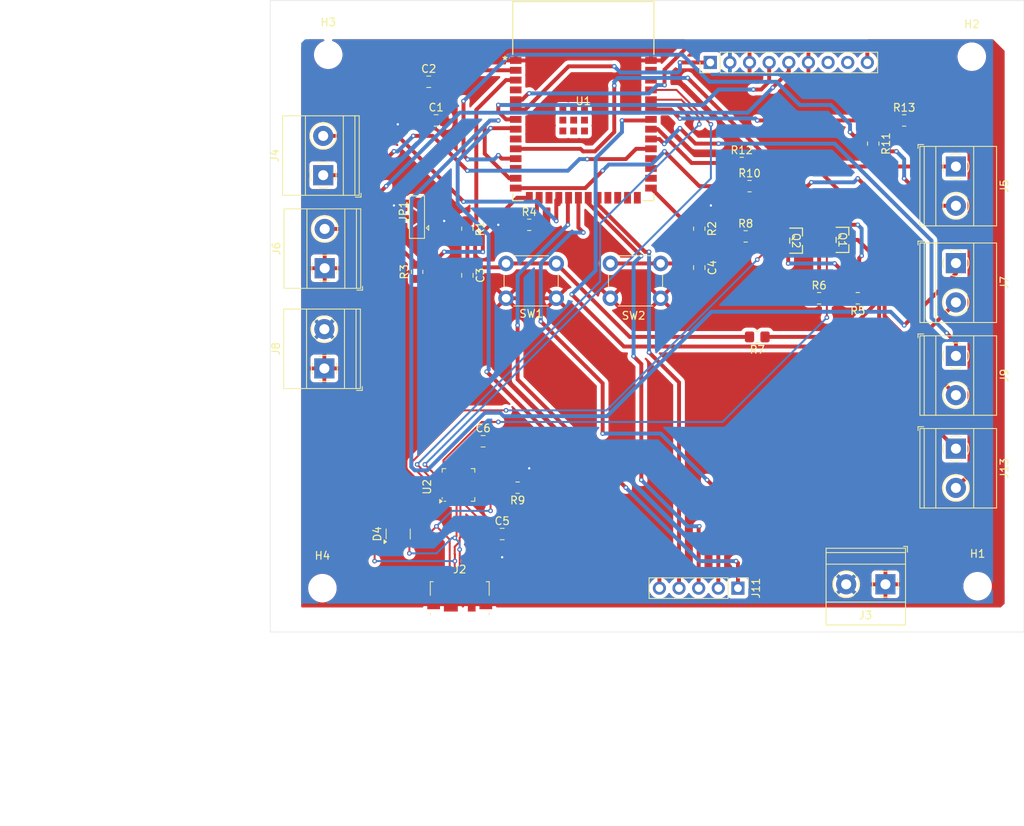
<source format=kicad_pcb>
(kicad_pcb (version 20240108) (generator "pcbnew") (generator_version "8.0")
  (layers (0 "F.Cu" signal) (31 "B.Cu" signal) (34 "B.Paste" user) (35 "F.Paste" user) (36 "B.SilkS" user "B.Silkscreen") (37 "F.SilkS" user "F.Silkscreen") (38 "B.Mask" user) (39 "F.Mask" user) (44 "Edge.Cuts" user))
  (net 0 "")
  (net 1 "+3V3")
  (net 2 "/CHIP_PU")
  (net 3 "/GPIO0_STRAPPING")
  (net 4 "Net-(U2-VPP)")
  (net 5 "+5V")
  (net 6 "GND")
  (net 8 "/UWBINT")
  (net 11 "/D+")
  (net 12 "/D-")
  (net 15 "Net-(U2-~{RST})")
  (net 17 "Net-(JP1-C)")
  (net 18 "/temp_Sensor")
  (net 21 "/pH_Sensor")
  (net 22 "/RTS")
  (net 23 "/DTR")
  (net 24 "/GPIO3_STRAPPING")
  (net 25 "/GPIO46_STRAPPING")
  (net 26 "/MOTOR4PWM")
  (net 29 "/Moisture_Sensor_Output")
  (net 30 "/MOTOR4FG")
  (net 31 "/LINACT+")
  (net 32 "/MOTOR2FG")
  (net 33 "/LINACT-")
  (net 35 "/UWBMOSI")
  (net 36 "/MOTOR1FG")
  (net 37 "/MOTOR1PWM")
  (net 40 "/RXD")
  (net 41 "/UWBMISO")
  (net 44 "/MOTOR3FG")
  (net 45 "/MOTOR2PWM")
  (net 46 "/UWBCLK")
  (net 47 "/TXD")
  (net 48 "/UWBCS")
  (net 50 "/MOTOR3PWM")
  (net 53 "Net-(U1-IO18)")
  (net 63 "+VBUS")
  (net 64 "Net-(Q1-Pad1)")
  (net 65 "Net-(Q2-Pad1)")
  (net 66 "Net-(Q1-Pad3)")
  (net 67 "Net-(Q2-Pad3)")
  (net 68 "Net-(U1-IO42)")
  (net 69 "Net-(U1-IO40)")
  (net 70 "Net-(U1-IO20)")
  (footprint "TerminalBlock_Phoenix:TerminalBlock_Phoenix_MKDS-1,5-2-5.08_1x02_P5.08mm_Horizontal" (layer "F.Cu") (at 37 73.08 90)
    (property "Reference" "J8")
    (property "Value" "Screw_Terminal_01x02")
  )
  (footprint "MountingHole:MountingHole_3.2mm_M3" (layer "F.Cu") (at 37.5 32.5)
    (property "Reference" "H3")
    (property "Value" "MountingHole")
  )
  (footprint "Resistor_SMD:R_0805_2012Metric_Pad1.20x1.40mm_HandSolder" (layer "F.Cu") (at 91.5 56)
    (property "Reference" "R8")
    (property "Value" "10k")
  )
  (footprint "Capacitor_SMD:C_0805_2012Metric_Pad1.18x1.45mm_HandSolder" (layer "F.Cu") (at 51.4625 41)
    (property "Reference" "C1")
    (property "Value" "10 uF")
  )
  (footprint "Resistor_SMD:R_0805_2012Metric_Pad1.20x1.40mm_HandSolder" (layer "F.Cu") (at 106 64 180)
    (property "Reference" "R5")
    (property "Value" "10k")
  )
  (footprint "Resistor_SMD:R_0805_2012Metric_Pad1.20x1.40mm_HandSolder" (layer "F.Cu") (at 62 88.5 180)
    (property "Reference" "R9")
    (property "Value" "4.7k")
  )
  (footprint "SS8050-G:TRAN_SS8050-G_CIP" (layer "F.Cu") (at 104.020999 56.450001 -90)
    (property "Reference" "Q1")
    (property "Value" "SS8050-G")
  )
  (footprint "Capacitor_SMD:C_0805_2012Metric_Pad1.18x1.45mm_HandSolder" (layer "F.Cu") (at 57.5375 82.5)
    (property "Reference" "C6")
    (property "Value" "4.7uF")
  )
  (footprint "TerminalBlock_Phoenix:TerminalBlock_Phoenix_MKDS-1,5-2-5.08_1x02_P5.08mm_Horizontal" (layer "F.Cu") (at 118.695 71.455 -90)
    (property "Reference" "J9")
    (property "Value" "MOTOR3SIGNAL")
  )
  (footprint "MountingHole:MountingHole_3.2mm_M3" (layer "F.Cu") (at 120.75 32.75)
    (property "Reference" "H2")
    (property "Value" "MountingHole")
  )
  (footprint "Resistor_SMD:R_0805_2012Metric_Pad1.20x1.40mm_HandSolder" (layer "F.Cu") (at 91 46.5)
    (property "Reference" "R12")
    (property "Value" "5k")
  )
  (footprint "Package_TO_SOT_SMD:SOT-143" (layer "F.Cu") (at 46.55 94.5 90)
    (property "Reference" "D4")
    (property "Value" "SP0503BAHT")
  )
  (footprint "TerminalBlock_Phoenix:TerminalBlock_Phoenix_MKDS-1,5-2-5.08_1x02_P5.08mm_Horizontal" (layer "F.Cu") (at 37.045 60.115 90)
    (property "Reference" "J6")
    (property "Value" "Screw_Terminal_01x02")
  )
  (footprint "Connector_USB:USB_Micro-B_Molex_47346-0001" (layer "F.Cu") (at 54.5125 102.375)
    (property "Reference" "J2")
    (property "Value" "USB_B_Micro")
  )
  (footprint "Capacitor_SMD:C_0805_2012Metric_Pad1.18x1.45mm_HandSolder" (layer "F.Cu") (at 55.5 61.0375 -90)
    (property "Reference" "C3")
    (property "Value" "1 uF")
  )
  (footprint "Resistor_SMD:R_0805_2012Metric_Pad1.20x1.40mm_HandSolder" (layer "F.Cu") (at 92 49.5)
    (property "Reference" "R10")
    (property "Value" "5k")
  )
  (footprint "Resistor_SMD:R_0805_2012Metric_Pad1.20x1.40mm_HandSolder" (layer "F.Cu") (at 93 69 180)
    (property "Reference" "R7")
    (property "Value" "10k")
  )
  (footprint "TerminalBlock_Phoenix:TerminalBlock_Phoenix_MKDS-1,5-2-5.08_1x02_P5.08mm_Horizontal" (layer "F.Cu") (at 109.58 101 180)
    (property "Reference" "J3")
    (property "Value" "Moisture_Power")
  )
  (footprint "Resistor_SMD:R_0805_2012Metric_Pad1.20x1.40mm_HandSolder" (layer "F.Cu") (at 55.5 55 -90)
    (property "Reference" "R1")
    (property "Value" "100k")
  )
  (footprint "Package_DFN_QFN:QFN-24-1EP_4x4mm_P0.5mm_EP2.6x2.6mm" (layer "F.Cu") (at 54.35 88.15 90)
    (property "Reference" "U2")
    (property "Value" "CP2104")
  )
  (footprint "Capacitor_SMD:C_0805_2012Metric_Pad1.18x1.45mm_HandSolder" (layer "F.Cu") (at 50.5 36)
    (property "Reference" "C2")
    (property "Value" "100 uF")
  )
  (footprint "Connector_PinHeader_2.54mm:PinHeader_1x05_P2.54mm_Vertical" (layer "F.Cu") (at 90.5 101.5 -90)
    (property "Reference" "J11")
    (property "Value" "UWB SIGNALS")
  )
  (footprint "Resistor_SMD:R_0805_2012Metric_Pad1.20x1.40mm_HandSolder" (layer "F.Cu") (at 101 64)
    (property "Reference" "R6")
    (property "Value" "10k")
  )
  (footprint "TerminalBlock_Phoenix:TerminalBlock_Phoenix_MKDS-1,5-2-5.08_1x02_P5.08mm_Horizontal" (layer "F.Cu") (at 118.695 46.955 -90)
    (property "Reference" "J5")
    (property "Value" "MOTOR1SIGNAL")
  )
  (footprint "Capacitor_SMD:C_0805_2012Metric_Pad1.18x1.45mm_HandSolder" (layer "F.Cu") (at 60 94.5)
    (property "Reference" "C5")
    (property "Value" "10uF")
  )
  (footprint "MountingHole:MountingHole_3.2mm_M3" (layer "F.Cu") (at 36.75 101.5)
    (property "Reference" "H4")
    (property "Value" "MountingHole")
  )
  (footprint "Button_Switch_THT:SW_PUSH_6mm_H5mm" (layer "F.Cu") (at 80.5 64 180)
    (property "Reference" "SW2")
    (property "Value" "SW_Push")
  )
  (footprint "TerminalBlock_Phoenix:TerminalBlock_Phoenix_MKDS-1,5-2-5.08_1x02_P5.08mm_Horizontal" (layer "F.Cu") (at 36.85 48.08 90)
    (property "Reference" "J4")
    (property "Value" "LINEAR ACTUATOR SIGNAL")
  )
  (footprint "TerminalBlock_Phoenix:TerminalBlock_Phoenix_MKDS-1,5-2-5.08_1x02_P5.08mm_Horizontal" (layer "F.Cu") (at 118.695 83.455 -90)
    (property "Reference" "J13")
    (property "Value" "MOTOR4SIGNAL")
  )
  (footprint "TerminalBlock_Phoenix:TerminalBlock_Phoenix_MKDS-1,5-2-5.08_1x02_P5.08mm_Horizontal" (layer "F.Cu") (at 118.695 59.455 -90)
    (property "Reference" "J7")
    (property "Value" "MOTOR2SIGNAL")
  )
  (footprint "Resistor_SMD:R_0805_2012Metric_Pad1.20x1.40mm_HandSolder" (layer "F.Cu") (at 63.5 54.5)
    (property "Reference" "R4")
    (property "Value" "1k")
  )
  (footprint "ESP32:ESP32-S3-WROOM-1_EXP" (layer "F.Cu") (at 70.5 38.5)
    (property "Reference" "U1")
    (property "Value" "ESP32-S3-WROOM-1")
  )
  (footprint "Button_Switch_THT:SW_PUSH_6mm_H5mm" (layer "F.Cu") (at 67 64 180)
    (property "Reference" "SW1")
    (property "Value" "SW_Push")
  )
  (footprint "Jumper:SolderJumper-3_P2.0mm_Open_TrianglePad1.0x1.5mm" (layer "F.Cu") (at 49 53.5 90)
    (property "Reference" "JP1")
    (property "Value" "SolderJumper_3_Open")
  )
  (footprint "MountingHole:MountingHole_3.2mm_M3" (layer "F.Cu") (at 121.5 101.25)
    (property "Reference" "H1")
    (property "Value" "MountingHole")
  )
  (footprint "Connector_PinHeader_2.54mm:PinHeader_1x09_P2.54mm_Vertical" (layer "F.Cu") (at 86.92 33.5 90)
    (property "Reference" "J10" (hide yes))
    (property "Value" "SENSORS")
  )
  (footprint "Resistor_SMD:R_0805_2012Metric_Pad1.20x1.40mm_HandSolder" (layer "F.Cu") (at 112 41)
    (property "Reference" "R13")
    (property "Value" "5k")
  )
  (footprint "Capacitor_SMD:C_0805_2012Metric_Pad1.18x1.45mm_HandSolder" (layer "F.Cu") (at 85.5 60.0375 -90)
    (property "Reference" "C4")
    (property "Value" "1 uF")
  )
  (footprint "Resistor_SMD:R_0805_2012Metric_Pad1.20x1.40mm_HandSolder" (layer "F.Cu") (at 85.5 55 -90)
    (property "Reference" "R2")
    (property "Value" "100k")
  )
  (footprint "Resistor_SMD:R_0805_2012Metric_Pad1.20x1.40mm_HandSolder" (layer "F.Cu") (at 108 44 -90)
    (property "Reference" "R11")
    (property "Value" "5k")
  )
  (footprint "Resistor_SMD:R_0805_2012Metric" (layer "F.Cu") (at 49 60.5875 90)
    (property "Reference" "R3")
    (property "Value" "1k")
  )
  (footprint "SS8050-G:TRAN_SS8050-G_CIP" (layer "F.Cu") (at 98.020999 56.549999 -90)
    (property "Reference" "Q2")
    (property "Value" "SS8050-G")
  )
  (gr_rect (start 30 25.5) (end 127.5 107.171109) (stroke (width 0.05)) (fill none) (layer "Edge.Cuts"))
  (segment (start 85.5 53.5) (end 87 52) (width 0.508) (layer "F.Cu") (net 1))
  (segment (start 55.1 90.0875) (end 55.6 90.0875) (width 0.254) (layer "F.Cu") (net 1))
  (segment (start 58.9625 94.5) (end 55.1 90.6375) (width 0.254) (layer "F.Cu") (net 1))
  (segment (start 85.5 54) (end 85.5 53.5) (width 0.508) (layer "F.Cu") (net 1))
  (segment (start 55.1 90.6375) (end 55.1 90.0875) (width 0.254) (layer "F.Cu") (net 1))
  (segment (start 55.5 54) (end 52.5 54) (width 0.508) (layer "F.Cu") (net 1))
  (segment (start 55.6 90.0875) (end 56.2875 89.4) (width 0.254) (layer "F.Cu") (net 1))
  (segment (start 63 88.5) (end 63 86.5) (width 0.254) (layer "F.Cu") (net 1))
  (segment (start 61.75 34.51) (end 50.9525 34.51) (width 0.508) (layer "F.Cu") (net 1))
  (segment (start 62.5 54.5) (end 59.5 54.5) (width 0.508) (layer "F.Cu") (net 1))
  (segment (start 46.5 51.5) (end 46 52) (width 0.508) (layer "F.Cu") (net 1))
  (segment (start 49 51.5) (end 46.5 51.5) (width 0.508) (layer "F.Cu") (net 1))
  (segment (start 49.4625 36) (end 49.4625 40.0375) (width 0.508) (layer "F.Cu") (net 1))
  (segment (start 50.425 41) (end 47 41) (width 0.508) (layer "F.Cu") (net 1))
  (segment (start 58.9625 94.5) (end 58.9625 96.4625) (width 0.254) (layer "F.Cu") (net 1))
  (segment (start 47 41) (end 46.5 41.5) (width 0.508) (layer "F.Cu") (net 1))
  (segment (start 49.4625 40.0375) (end 50.425 41) (width 0.508) (layer "F.Cu") (net 1))
  (segment (start 50.9525 34.51) (end 49.4625 36) (width 0.508) (layer "F.Cu") (net 1))
  (segment (start 50 51.5) (end 52.5 54) (width 0.508) (layer "F.Cu") (net 1))
  (segment (start 58.9625 96.4625) (end 60 97.5) (width 0.254) (layer "F.Cu") (net 1))
  (segment (start 63 86.5) (end 63.5 86) (width 0.254) (layer "F.Cu") (net 1))
  (segment (start 49 51.5) (end 50 51.5) (width 0.508) (layer "F.Cu") (net 1))
  (via (at 87 52) (size 0.6) (drill 0.3) (layers "F.Cu" "B.Cu") (net 1))
  (via (at 60 97.5) (size 0.6) (drill 0.3) (layers "F.Cu" "B.Cu") (net 1))
  (via (at 46.5 41.5) (size 0.6) (drill 0.3) (layers "F.Cu" "B.Cu") (net 1))
  (via (at 63.5 86) (size 0.6) (drill 0.3) (layers "F.Cu" "B.Cu") (net 1))
  (via (at 52.5 54) (size 0.6) (drill 0.3) (layers "F.Cu" "B.Cu") (net 1))
  (via (at 59.5 54.5) (size 0.6) (drill 0.3) (layers "F.Cu" "B.Cu") (net 1))
  (via (at 46 52) (size 0.6) (drill 0.3) (layers "F.Cu" "B.Cu") (net 1))
  (segment (start 55.5 60) (end 60 60) (width 0.508) (layer "F.Cu") (net 2))
  (segment (start 55.5 60) (end 55.5 56) (width 0.508) (layer "F.Cu") (net 2))
  (segment (start 55.5 56) (end 56.654 54.846) (width 0.508) (layer "F.Cu") (net 2))
  (segment (start 56.654 54.846) (end 56.654 39.6187) (width 0.508) (layer "F.Cu") (net 2))
  (segment (start 56.654 39.6187) (end 60.4927 35.78) (width 0.508) (layer "F.Cu") (net 2))
  (segment (start 76.5 69) (end 67 59.5) (width 0.508) (layer "F.Cu") (net 2))
  (segment (start 92 69) (end 76.5 69) (width 0.508) (layer "F.Cu") (net 2))
  (segment (start 60.5 59.5) (end 67 59.5) (width 0.508) (layer "F.Cu") (net 2))
  (segment (start 60.4927 35.78) (end 61.75 35.78) (width 0.508) (layer "F.Cu") (net 2))
  (segment (start 60 60) (end 60.5 59.5) (width 0.508) (layer "F.Cu") (net 2))
  (segment (start 84.5 59) (end 84 59.5) (width 0.508) (layer "F.Cu") (net 3))
  (segment (start 74 59.5) (end 80.5 59.5) (width 0.508) (layer "F.Cu") (net 3))
  (segment (start 85.5 56) (end 79.25 49.75) (width 0.508) (layer "F.Cu") (net 3))
  (segment (start 84 59.5) (end 80.5 59.5) (width 0.508) (layer "F.Cu") (net 3))
  (segment (start 90.5 56) (end 85.5 56) (width 0.508) (layer "F.Cu") (net 3))
  (segment (start 85.5 59) (end 84.5 59) (width 0.508) (layer "F.Cu") (net 3))
  (segment (start 85.5 56) (end 85.5 59) (width 0.508) (layer "F.Cu") (net 3))
  (segment (start 55.847432 82.5) (end 54.1 84.247432) (width 0.254) (layer "F.Cu") (net 4))
  (segment (start 54.1 84.247432) (end 54.1 86.2125) (width 0.254) (layer "F.Cu") (net 4))
  (segment (start 56.5 82.5) (end 55.847432 82.5) (width 0.254) (layer "F.Cu") (net 4))
  (segment (start 97.08 34.674) (end 95 36.754) (width 0.508) (layer "F.Cu") (net 5))
  (segment (start 97.08 33.5) (end 97.08 34.674) (width 0.508) (layer "F.Cu") (net 5))
  (segment (start 39.465 55.035) (end 45 49.5) (width 0.508) (layer "F.Cu") (net 5))
  (segment (start 37.045 55.035) (end 39.465 55.035) (width 0.508) (layer "F.Cu") (net 5))
  (via (at 45 49.5) (size 0.6) (drill 0.3) (layers "F.Cu" "B.Cu") (net 5))
  (via (at 95 36.754) (size 0.6) (drill 0.3) (layers "F.Cu" "B.Cu") (net 5))
  (segment (start 91.754 40) (end 54.5 40) (width 0.508) (layer "B.Cu") (net 5))
  (segment (start 45 49.5) (end 54.5 40) (width 0.508) (layer "B.Cu") (net 5))
  (segment (start 95 36.754) (end 91.754 40) (width 0.508) (layer "B.Cu") (net 5))
  (segment (start 60.5 64) (end 67 64) (width 0.508) (layer "F.Cu") (net 6))
  (segment (start 80.34 101.5) (end 80.34 95.84) (width 0.508) (layer "F.Cu") (net 8))
  (segment (start 61.62 42) (end 61.75 42.13) (width 0.508) (layer "F.Cu") (net 8))
  (segment (start 80.34 95.84) (end 58 73.5) (width 0.508) (layer "F.Cu") (net 8))
  (segment (start 58.5 42) (end 61.62 42) (width 0.508) (layer "F.Cu") (net 8))
  (via (at 58.5 42) (size 0.6) (drill 0.3) (layers "F.Cu" "B.Cu") (net 8))
  (via (at 58 73.5) (size 0.6) (drill 0.3) (layers "F.Cu" "B.Cu") (net 8))
  (segment (start 58.254 55.820318) (end 54.246 51.812318) (width 0.508) (layer "B.Cu") (net 8))
  (segment (start 54.246 51.812318) (end 54.246 46.254) (width 0.508) (layer "B.Cu") (net 8))
  (segment (start 58.254 73.246) (end 58.254 55.820318) (width 0.508) (layer "B.Cu") (net 8))
  (segment (start 58 73.5) (end 58.254 73.246) (width 0.508) (layer "B.Cu") (net 8))
  (segment (start 54.246 46.254) (end 58.5 42) (width 0.508) (layer "B.Cu") (net 8))
  (segment (start 48 96) (end 47.5 95.5) (width 0.254) (layer "F.Cu") (net 11))
  (segment (start 54.1 94.776722) (end 54.1 90.0875) (width 0.254) (layer "F.Cu") (net 11))
  (segment (start 48 97) (end 48 96) (width 0.254) (layer "F.Cu") (net 11))
  (segment (start 54.5125 100.915) (end 54.5125 96.5125) (width 0.254) (layer "F.Cu") (net 11))
  (segment (start 53.873 95.003722) (end 54.1 94.776722) (width 0.254) (layer "F.Cu") (net 11))
  (segment (start 54.5125 96.5125) (end 54.5 96.5) (width 0.254) (layer "F.Cu") (net 11))
  (via (at 48 97) (size 0.6) (drill 0.3) (layers "F.Cu" "B.Cu") (net 11))
  (via (at 53.873 95.003722) (size 0.6) (drill 0.3) (layers "F.Cu" "B.Cu") (net 11))
  (via (at 54.5 96.5) (size 0.6) (drill 0.3) (layers "F.Cu" "B.Cu") (net 11))
  (segment (start 54.5 95.630722) (end 53.873 95.003722) (width 0.254) (layer "B.Cu") (net 11))
  (segment (start 51.507444 97) (end 48 97) (width 0.254) (layer "B.Cu") (net 11))
  (segment (start 53.503722 95.003722) (end 51.507444 97) (width 0.254) (layer "B.Cu") (net 11))
  (segment (start 53.873 95.003722) (end 53.503722 95.003722) (width 0.254) (layer "B.Cu") (net 11))
  (segment (start 54.5 96.5) (end 54.5 95.630722) (width 0.254) (layer "B.Cu") (net 11))
  (segment (start 43 93) (end 44 92) (width 0.254) (layer "F.Cu") (net 12))
  (segment (start 53.8625 97.0915) (end 53.8625 96.1375) (width 0.254) (layer "F.Cu") (net 12))
  (segment (start 53.8855 97.1145) (end 53.8625 97.0915) (width 0.254) (layer "F.Cu") (net 12))
  (segment (start 46 92) (end 47.5 93.5) (width 0.254) (layer "F.Cu") (net 12))
  (segment (start 53.8625 98.023) (end 53.8855 98) (width 0.254) (layer "F.Cu") (net 12))
  (segment (start 53.8625 96.1375) (end 54.5 95.5) (width 0.254) (layer "F.Cu") (net 12))
  (segment (start 54.5 95) (end 54.6 94.9) (width 0.254) (layer "F.Cu") (net 12))
  (segment (start 43.5 98) (end 43.5 95.5) (width 0.254) (layer "F.Cu") (net 12))
  (segment (start 54.5 95.5) (end 54.5 95) (width 0.254) (layer "F.Cu") (net 12))
  (segment (start 44 92) (end 46 92) (width 0.254) (layer "F.Cu") (net 12))
  (segment (start 43 95) (end 43 93) (width 0.254) (layer "F.Cu") (net 12))
  (segment (start 43.5 95.5) (end 43 95) (width 0.254) (layer "F.Cu") (net 12))
  (segment (start 53.8625 100.915) (end 53.8625 98.023) (width 0.254) (layer "F.Cu") (net 12))
  (segment (start 53.8855 98) (end 53.8855 97.1145) (width 0.254) (layer "F.Cu") (net 12))
  (segment (start 54.6 94.9) (end 54.6 90.0875) (width 0.254) (layer "F.Cu") (net 12))
  (via (at 43.5 98) (size 0.6) (drill 0.3) (layers "F.Cu" "B.Cu") (net 12))
  (via (at 53.8855 98) (size 0.6) (drill 0.3) (layers "F.Cu" "B.Cu") (net 12))
  (segment (start 53.8855 98) (end 43.5 98) (width 0.254) (layer "B.Cu") (net 12))
  (segment (start 60.5 88.5) (end 60.4 88.4) (width 0.254) (layer "F.Cu") (net 15))
  (segment (start 61 88.5) (end 60.5 88.5) (width 0.254) (layer "F.Cu") (net 15))
  (segment (start 60.4 88.4) (end 56.2875 88.4) (width 0.254) (layer "F.Cu") (net 15))
  (segment (start 47 53.5) (end 49 53.5) (width 0.508) (layer "F.Cu") (net 17))
  (segment (start 46.5 57.175) (end 49 59.675) (width 0.508) (layer "F.Cu") (net 17))
  (segment (start 46.5 54) (end 47 53.5) (width 0.508) (layer "F.Cu") (net 17))
  (segment (start 46.5 54) (end 46.5 57.175) (width 0.508) (layer "F.Cu") (net 17))
  (segment (start 59.5 39.8673) (end 60.4927 40.86) (width 0.508) (layer "F.Cu") (net 18))
  (segment (start 94.54 35.96) (end 93.5 37) (width 0.508) (layer "F.Cu") (net 18))
  (segment (start 94.54 33.5) (end 94.54 35.96) (width 0.508) (layer "F.Cu") (net 18))
  (segment (start 93.5 37) (end 92.5 37) (width 0.508) (layer "F.Cu") (net 18))
  (segment (start 60.4927 40.86) (end 61.75 40.86) (width 0.508) (layer "F.Cu") (net 18))
  (segment (start 59.5 39) (end 59.5 39.8673) (width 0.508) (layer "F.Cu") (net 18))
  (via (at 92.5 37) (size 0.6) (drill 0.3) (layers "F.Cu" "B.Cu") (net 18))
  (via (at 59.5 39) (size 0.6) (drill 0.3) (layers "F.Cu" "B.Cu") (net 18))
  (segment (start 88 37) (end 86 39) (width 0.508) (layer "B.Cu") (net 18))
  (segment (start 86 39) (end 59.5 39) (width 0.508) (layer "B.Cu") (net 18))
  (segment (start 92.5 37) (end 88 37) (width 0.508) (layer "B.Cu") (net 18))
  (segment (start 68.5973 34) (end 63.0073 39.59) (width 0.508) (layer "F.Cu") (net 21))
  (segment (start 63.0073 39.59) (end 61.75 39.59) (width 0.508) (layer "F.Cu") (net 21))
  (segment (start 74.5 34) (end 68.5973 34) (width 0.508) (layer "F.Cu") (net 21))
  (segment (start 86.92 33.5) (end 83 33.5) (width 0.508) (layer "F.Cu") (net 21))
  (via (at 83 33.5) (size 0.6) (drill 0.3) (layers "F.Cu" "B.Cu") (net 21))
  (via (at 74.5 34) (size 0.6) (drill 0.3) (layers "F.Cu" "B.Cu") (net 21))
  (segment (start 75.292 34.792) (end 74.5 34) (width 0.508) (layer "B.Cu") (net 21))
  (segment (start 83 34.5) (end 82.708 34.792) (width 0.508) (layer "B.Cu") (net 21))
  (segment (start 82.708 34.792) (end 75.292 34.792) (width 0.508) (layer "B.Cu") (net 21))
  (segment (start 83 33.5) (end 83 34.5) (width 0.508) (layer "B.Cu") (net 21))
  (segment (start 52.4125 84.952072) (end 57.364572 80) (width 0.254) (layer "F.Cu") (net 22))
  (segment (start 102 64) (end 102 63.5) (width 0.508) (layer "F.Cu") (net 22))
  (segment (start 57.364572 80) (end 59.5 80) (width 0.254) (layer "F.Cu") (net 22))
  (segment (start 52.4125 86.9) (end 52.4125 84.952072) (width 0.254) (layer "F.Cu") (net 22))
  (segment (start 102 58.400002) (end 103 57.400002) (width 0.254) (layer "F.Cu") (net 22))
  (segment (start 102 66.5) (end 102 64) (width 0.254) (layer "F.Cu") (net 22))
  (segment (start 102 64) (end 102 58.400002) (width 0.254) (layer "F.Cu") (net 22))
  (via (at 59.5 80) (size 0.6) (drill 0.3) (layers "F.Cu" "B.Cu") (net 22))
  (via (at 102 66.5) (size 0.6) (drill 0.3) (layers "F.Cu" "B.Cu") (net 22))
  (segment (start 59.5 80) (end 88.5 80) (width 0.254) (layer "B.Cu") (net 22))
  (segment (start 88.5 80) (end 102 66.5) (width 0.254) (layer "B.Cu") (net 22))
  (segment (start 48.373 85.759712) (end 48.373 85.127) (width 0.254) (layer "F.Cu") (net 23))
  (segment (start 105 64) (end 105 61.5) (width 0.508) (layer "F.Cu") (net 23))
  (segment (start 48.373 85.127) (end 55 78.5) (width 0.254) (layer "F.Cu") (net 23))
  (segment (start 52.4125 88.9) (end 51.513288 88.9) (width 0.254) (layer "F.Cu") (net 23))
  (segment (start 105 61.5) (end 103 59.5) (width 0.508) (layer "F.Cu") (net 23))
  (segment (start 93 59) (end 94.5 57.5) (width 0.254) (layer "F.Cu") (net 23))
  (segment (start 51.513288 88.9) (end 48.373 85.759712) (width 0.254) (layer "F.Cu") (net 23))
  (segment (start 55 78.5) (end 60.5 78.5) (width 0.254) (layer "F.Cu") (net 23))
  (segment (start 94.5 57.5) (end 97 57.5) (width 0.254) (layer "F.Cu") (net 23))
  (segment (start 97 59.5) (end 97 57.5) (width 0.508) (layer "F.Cu") (net 23))
  (via (at 103 59.5) (size 0.6) (drill 0.3) (layers "F.Cu" "B.Cu") (net 23))
  (via (at 93 59) (size 0.6) (drill 0.3) (layers "F.Cu" "B.Cu") (net 23))
  (via (at 60.5 78.5) (size 0.6) (drill 0.3) (layers "F.Cu" "B.Cu") (net 23))
  (via (at 97 59.5) (size 0.6) (drill 0.3) (layers "F.Cu" "B.Cu") (net 23))
  (segment (start 92 60) (end 93 59) (width 0.254) (layer "B.Cu") (net 23))
  (segment (start 73.5 78.5) (end 92 60) (width 0.254) (layer "B.Cu") (net 23))
  (segment (start 60.5 78.5) (end 73.5 78.5) (width 0.254) (layer "B.Cu") (net 23))
  (segment (start 103 59.5) (end 97 59.5) (width 0.508) (layer "B.Cu") (net 23))
  (segment (start 61.933682 51) (end 63.515 51) (width 0.508) (layer "F.Cu") (net 24))
  (segment (start 57.5 55.433682) (end 61.933682 51) (width 0.508) (layer "F.Cu") (net 24))
  (segment (start 57.5 58) (end 57.5 55.433682) (width 0.508) (layer "F.Cu") (net 24))
  (segment (start 49 61.5) (end 52.5 58) (width 0.508) (layer "F.Cu") (net 24))
  (via (at 57.5 58) (size 0.6) (drill 0.3) (layers "F.Cu" "B.Cu") (net 24))
  (via (at 52.5 58) (size 0.6) (drill 0.3) (layers "F.Cu" "B.Cu") (net 24))
  (segment (start 52.5 58) (end 57.5 58) (width 0.508) (layer "B.Cu") (net 24))
  (segment (start 64.5 51.285) (end 64.785 51) (width 0.508) (layer "F.Cu") (net 25))
  (segment (start 64.5 54.5) (end 64.5 51.285) (width 0.508) (layer "F.Cu") (net 25))
  (segment (start 118.695 83.455) (end 105.486 70.246) (width 0.508) (layer "F.Cu") (net 26))
  (segment (start 75.746 70.246) (end 69 63.5) (width 0.508) (layer "F.Cu") (net 26))
  (segment (start 105.486 70.246) (end 75.746 70.246) (width 0.508) (layer "F.Cu") (net 26))
  (segment (start 79.11 41) (end 79.25 40.86) (width 0.508) (layer "F.Cu") (net 26))
  (segment (start 75.5 41) (end 79.11 41) (width 0.508) (layer "F.Cu") (net 26))
  (via (at 75.5 41) (size 0.6) (drill 0.3) (layers "F.Cu" "B.Cu") (net 26))
  (via (at 69 63.5) (size 0.6) (drill 0.3) (layers "F.Cu" "B.Cu") (net 26))
  (segment (start 75.5 41) (end 75.5 42.5) (width 0.508) (layer "B.Cu") (net 26))
  (segment (start 75.5 42.5) (end 72.092 45.908) (width 0.508) (layer "B.Cu") (net 26))
  (segment (start 72.092 45.908) (end 72.092 60.408) (width 0.508) (layer "B.Cu") (net 26))
  (segment (start 72.092 60.408) (end 69 63.5) (width 0.508) (layer "B.Cu") (net 26))
  (segment (start 63.5 37.5) (end 63.4018 37.5) (width 0.508) (layer "F.Cu") (net 29))
  (segment (start 81 34.433682) (end 81 36.423) (width 0.508) (layer "F.Cu") (net 29))
  (segment (start 106.5 31) (end 84.433682 31) (width 0.508) (layer "F.Cu") (net 29))
  (segment (start 63.4018 37.5) (end 62.5818 38.32) (width 0.508) (layer "F.Cu") (net 29))
  (segment (start 107.24 31.74) (end 106.5 31) (width 0.508) (layer "F.Cu") (net 29))
  (segment (start 84.433682 31) (end 81 34.433682) (width 0.508) (layer "F.Cu") (net 29))
  (segment (start 62.5818 38.32) (end 61.75 38.32) (width 0.508) (layer "F.Cu") (net 29))
  (segment (start 107.24 33.5) (end 107.24 31.74) (width 0.508) (layer "F.Cu") (net 29))
  (via (at 63.5 37.5) (size 0.6) (drill 0.3) (layers "F.Cu" "B.Cu") (net 29))
  (via (at 81 36.423) (size 0.6) (drill 0.3) (layers "F.Cu" "B.Cu") (net 29))
  (segment (start 79 37.5) (end 63.5 37.5) (width 0.508) (layer "B.Cu") (net 29))
  (segment (start 80.077 36.423) (end 79 37.5) (width 0.508) (layer "B.Cu") (net 29))
  (segment (start 81 36.423) (end 80.077 36.423) (width 0.508) (layer "B.Cu") (net 29))
  (segment (start 120.449 86.781) (end 120.449 45.201) (width 0.508) (layer "F.Cu") (net 30))
  (segment (start 118.695 88.535) (end 120.449 86.781) (width 0.508) (layer "F.Cu") (net 30))
  (segment (start 120.449 45.201) (end 116.248 41) (width 0.508) (layer "F.Cu") (net 30))
  (segment (start 116.248 41) (end 113 41) (width 0.508) (layer "F.Cu") (net 30))
  (segment (start 51 43) (end 55.5 47.5) (width 0.508) (layer "F.Cu") (net 31))
  (segment (start 36.85 48.08) (end 42.92 48.08) (width 0.508) (layer "F.Cu") (net 31))
  (segment (start 71 46) (end 76 46) (width 0.508) (layer "F.Cu") (net 31))
  (segment (start 48.5 43) (end 51 43) (width 0.508) (layer "F.Cu") (net 31))
  (segment (start 77.33 44.67) (end 79.25 44.67) (width 0.508) (layer "F.Cu") (net 31))
  (segment (start 42.92 48.08) (end 46 45) (width 0.508) (layer "F.Cu") (net 31))
  (segment (start 76 46) (end 77.33 44.67) (width 0.508) (layer "F.Cu") (net 31))
  (via (at 46 45) (size 0.6) (drill 0.3) (layers "F.Cu" "B.Cu") (net 31))
  (via (at 71 46) (size 0.6) (drill 0.3) (layers "F.Cu" "B.Cu") (net 31))
  (via (at 48.5 43) (size 0.6) (drill 0.3) (layers "F.Cu" "B.Cu") (net 31))
  (via (at 55.5 47.5) (size 0.6) (drill 0.3) (layers "F.Cu" "B.Cu") (net 31))
  (segment (start 70 46) (end 71 46) (width 0.508) (layer "B.Cu") (net 31))
  (segment (start 46.5 45) (end 48.5 43) (width 0.508) (layer "B.Cu") (net 31))
  (segment (start 46 45) (end 46.5 45) (width 0.508) (layer "B.Cu") (net 31))
  (segment (start 55.5 47.5) (end 68.5 47.5) (width 0.508) (layer "B.Cu") (net 31))
  (segment (start 68.5 47.5) (end 70 46) (width 0.508) (layer "B.Cu") (net 31))
  (segment (start 112.661264 69.5) (end 109.470724 66.30946) (width 0.508) (layer "F.Cu") (net 32))
  (segment (start 113.73 69.5) (end 112.661264 69.5) (width 0.508) (layer "F.Cu") (net 32))
  (segment (start 109.470724 51.970724) (end 106 48.5) (width 0.508) (layer "F.Cu") (net 32))
  (segment (start 100 49) (end 99.5 49.5) (width 0.508) (layer "F.Cu") (net 32))
  (segment (start 118.695 64.535) (end 113.73 69.5) (width 0.508) (layer "F.Cu") (net 32))
  (segment (start 109.470724 66.30946) (end 109.470724 51.970724) (width 0.508) (layer "F.Cu") (net 32))
  (segment (start 99.5 49.5) (end 93 49.5) (width 0.508) (layer "F.Cu") (net 32))
  (via (at 106 48.5) (size 0.6) (drill 0.3) (layers "F.Cu" "B.Cu") (net 32))
  (via (at 100 49) (size 0.6) (drill 0.3) (layers "F.Cu" "B.Cu") (net 32))
  (segment (start 106 48.5) (end 105.5 49) (width 0.508) (layer "B.Cu") (net 32))
  (segment (start 105.5 49) (end 100 49) (width 0.508) (layer "B.Cu") (net 32))
  (segment (start 67.325 51.8318) (end 67.325 51) (width 0.508) (layer "F.Cu") (net 33))
  (segment (start 36.85 43) (end 46.5 43) (width 0.508) (layer "F.Cu") (net 33))
  (segment (start 46.5 43) (end 55 51.5) (width 0.508) (layer "F.Cu") (net 33))
  (segment (start 67 51.325) (end 67.325 51) (width 0.508) (layer "F.Cu") (net 33))
  (segment (start 67 54) (end 67 51.325) (width 0.508) (layer "F.Cu") (net 33))
  (via (at 55 51.5) (size 0.6) (drill 0.3) (layers "F.Cu" "B.Cu") (net 33))
  (via (at 67 54) (size 0.6) (drill 0.3) (layers "F.Cu" "B.Cu") (net 33))
  (segment (start 64.5 51.5) (end 67 54) (width 0.508) (layer "B.Cu") (net 33))
  (segment (start 55 51.5) (end 64.5 51.5) (width 0.508) (layer "B.Cu") (net 33))
  (segment (start 68.5 54.5) (end 68.5 51.095) (width 0.508) (layer "F.Cu") (net 35))
  (segment (start 90.5 98.25) (end 90.25 98) (width 0.508) (layer "F.Cu") (net 35))
  (segment (start 62 74.5) (end 62 67.5) (width 0.508) (layer "F.Cu") (net 35))
  (segment (start 76 88.5) (end 62 74.5) (width 0.508) (layer "F.Cu") (net 35))
  (segment (start 90.5 101.5) (end 90.5 98.25) (width 0.508) (layer "F.Cu") (net 35))
  (segment (start 68.5 51.095) (end 68.595 51) (width 0.508) (layer "F.Cu") (net 35))
  (via (at 90.25 98) (size 0.6) (drill 0.3) (layers "F.Cu" "B.Cu") (net 35))
  (via (at 76 88.5) (size 0.6) (drill 0.3) (layers "F.Cu" "B.Cu") (net 35))
  (via (at 68.5 54.5) (size 0.6) (drill 0.3) (layers "F.Cu" "B.Cu") (net 35))
  (via (at 62 67.5) (size 0.6) (drill 0.3) (layers "F.Cu" "B.Cu") (net 35))
  (segment (start 62 67.5) (end 62 61) (width 0.508) (layer "B.Cu") (net 35))
  (segment (start 90.25 98) (end 85.5 98) (width 0.508) (layer "B.Cu") (net 35))
  (segment (start 85.5 98) (end 76 88.5) (width 0.508) (layer "B.Cu") (net 35))
  (segment (start 62 61) (end 68.5 54.5) (width 0.508) (layer "B.Cu") (net 35))
  (segment (start 115.535 52.035) (end 112 48.5) (width 0.508) (layer "F.Cu") (net 36))
  (segment (start 111 45) (end 108 45) (width 0.508) (layer "F.Cu") (net 36))
  (segment (start 118.695 52.035) (end 115.535 52.035) (width 0.508) (layer "F.Cu") (net 36))
  (via (at 112 48.5) (size 0.6) (drill 0.3) (layers "F.Cu" "B.Cu") (net 36))
  (via (at 111 45) (size 0.6) (drill 0.3) (layers "F.Cu" "B.Cu") (net 36))
  (segment (start 112 46) (end 111 45) (width 0.508) (layer "B.Cu") (net 36))
  (segment (start 112 48.5) (end 112 46) (width 0.508) (layer "B.Cu") (net 36))
  (segment (start 118.695 46.955) (end 95.455 46.955) (width 0.508) (layer "F.Cu") (net 37))
  (segment (start 72 45) (end 70.467 45) (width 0.508) (layer "F.Cu") (net 37))
  (segment (start 74.5 42.5) (end 72 45) (width 0.508) (layer "F.Cu") (net 37))
  (segment (start 74.5 36.5) (end 74.5 42.5) (width 0.508) (layer "F.Cu") (net 37))
  (segment (start 70.467 45) (end 70.137 44.67) (width 0.508) (layer "F.Cu") (net 37))
  (segment (start 70.137 44.67) (end 61.75 44.67) (width 0.508) (layer "F.Cu") (net 37))
  (segment (start 95.455 46.955) (end 84 35.5) (width 0.508) (layer "F.Cu") (net 37))
  (via (at 84 35.5) (size 0.6) (drill 0.3) (layers "F.Cu" "B.Cu") (net 37))
  (via (at 74.5 36.5) (size 0.6) (drill 0.3) (layers "F.Cu" "B.Cu") (net 37))
  (segment (start 75 35.5) (end 74.5 36) (width 0.508) (layer "B.Cu") (net 37))
  (segment (start 74.5 36) (end 74.5 36.5) (width 0.508) (layer "B.Cu") (net 37))
  (segment (start 84 35.5) (end 75 35.5) (width 0.508) (layer "B.Cu") (net 37))
  (segment (start 87 41.5) (end 82.55 37.05) (width 0.254) (layer "F.Cu") (net 40))
  (segment (start 82.55 37.05) (end 79.25 37.05) (width 0.254) (layer "F.Cu") (net 40))
  (segment (start 51.9 87.4) (end 50 85.5) (width 0.254) (layer "F.Cu") (net 40))
  (segment (start 52.4125 87.4) (end 51.9 87.4) (width 0.254) (layer "F.Cu") (net 40))
  (via (at 87 41.5) (size 0.6) (drill 0.3) (layers "F.Cu" "B.Cu") (net 40))
  (via (at 50 85.5) (size 0.6) (drill 0.3) (layers "F.Cu" "B.Cu") (net 40))
  (segment (start 50 85.5) (end 87 48.5) (width 0.254) (layer "B.Cu") (net 40))
  (segment (start 87 48.5) (end 87 41.5) (width 0.254) (layer "B.Cu") (net 40))
  (segment (start 78 72.5) (end 77 71.5) (width 0.508) (layer "F.Cu") (net 41))
  (segment (start 77.966841 58.533159) (end 71.135 51.701318) (width 0.508) (layer "F.Cu") (net 41))
  (segment (start 71.135 51.701318) (end 71.135 51) (width 0.508) (layer "F.Cu") (net 41))
  (segment (start 85.42 93.58) (end 85.5 93.5) (width 0.508) (layer "F.Cu") (net 41))
  (segment (start 78 87.5) (end 78 72.5) (width 0.508) (layer "F.Cu") (net 41))
  (segment (start 85.42 101.5) (end 85.42 93.58) (width 0.508) (layer "F.Cu") (net 41))
  (via (at 77.966841 58.533159) (size 0.6) (drill 0.3) (layers "F.Cu" "B.Cu") (net 41))
  (via (at 78 87.5) (size 0.6) (drill 0.3) (layers "F.Cu" "B.Cu") (net 41))
  (via (at 77 71.5) (size 0.6) (drill 0.3) (layers "F.Cu" "B.Cu") (net 41))
  (via (at 85.5 93.5) (size 0.6) (drill 0.3) (layers "F.Cu" "B.Cu") (net 41))
  (segment (start 84 93.5) (end 78 87.5) (width 0.508) (layer "B.Cu") (net 41))
  (segment (start 77 71.5) (end 77 59.5) (width 0.508) (layer "B.Cu") (net 41))
  (segment (start 85.5 93.5) (end 84 93.5) (width 0.508) (layer "B.Cu") (net 41))
  (segment (start 77 59.5) (end 77.966841 58.533159) (width 0.508) (layer "B.Cu") (net 41))
  (segment (start 108.762724 55.262724) (end 101.163 47.663) (width 0.508) (layer "F.Cu") (net 44))
  (segment (start 101.163 47.663) (end 93.163 47.663) (width 0.508) (layer "F.Cu") (net 44))
  (segment (start 118.695 76.535) (end 108.762724 66.602724) (width 0.508) (layer "F.Cu") (net 44))
  (segment (start 93.163 47.663) (end 92 46.5) (width 0.508) (layer "F.Cu") (net 44))
  (segment (start 108.762724 66.602724) (end 108.762724 55.262724) (width 0.508) (layer "F.Cu") (net 44))
  (segment (start 60.9182 48.48) (end 61.75 48.48) (width 0.508) (layer "F.Cu") (net 45))
  (segment (start 58.433682 41) (end 57.746 41.687682) (width 0.508) (layer "F.Cu") (net 45))
  (segment (start 118.695 59.455) (end 118.695 60.805) (width 0.508) (layer "F.Cu") (net 45))
  (segment (start 59.5 41) (end 58.433682 41) (width 0.508) (layer "F.Cu") (net 45))
  (segment (start 57.746 41.687682) (end 57.746 45.3078) (width 0.508) (layer "F.Cu") (net 45))
  (segment (start 57.746 45.3078) (end 60.9182 48.48) (width 0.508) (layer "F.Cu") (net 45))
  (segment (start 118.695 60.805) (end 112 67.5) (width 0.508) (layer "F.Cu") (net 45))
  (via (at 112 67.5) (size 0.6) (drill 0.3) (layers "F.Cu" "B.Cu") (net 45))
  (via (at 59.5 41) (size 0.6) (drill 0.3) (layers "F.Cu" "B.Cu") (net 45))
  (segment (start 87.075658 65.746) (end 73.567658 79.254) (width 0.508) (layer "B.Cu") (net 45))
  (segment (start 57.754 78.812318) (end 50.312318 86.254) (width 0.508) (layer "B.Cu") (net 45))
  (segment (start 110.246 65.746) (end 87.075658 65.746) (width 0.508) (layer "B.Cu") (net 45))
  (segment (start 58.433682 41) (end 59.5 41) (width 0.508) (layer "B.Cu") (net 45))
  (segment (start 60.187682 79.254) (end 59.746 78.812318) (width 0.508) (layer "B.Cu") (net 45))
  (segment (start 59.746 78.812318) (end 57.754 78.812318) (width 0.508) (layer "B.Cu") (net 45))
  (segment (start 48.246 85.812318) (end 48.246 51.187682) (width 0.508) (layer "B.Cu") (net 45))
  (segment (start 48.687682 86.254) (end 48.246 85.812318) (width 0.508) (layer "B.Cu") (net 45))
  (segment (start 48.246 51.187682) (end 58.433682 41) (width 0.508) (layer "B.Cu") (net 45))
  (segment (start 73.567658 79.254) (end 60.187682 79.254) (width 0.508) (layer "B.Cu") (net 45))
  (segment (start 112 67.5) (end 110.246 65.746) (width 0.508) (layer "B.Cu") (net 45))
  (segment (start 50.312318 86.254) (end 48.687682 86.254) (width 0.508) (layer "B.Cu") (net 45))
  (segment (start 87.96 101.5) (end 87.96 88.96) (width 0.508) (layer "F.Cu") (net 46))
  (segment (start 73 81.5) (end 73 75) (width 0.508) (layer "F.Cu") (net 46))
  (segment (start 69.865 54.865) (end 69.865 51) (width 0.508) (layer "F.Cu") (net 46))
  (segment (start 87.96 88.96) (end 86.5 87.5) (width 0.508) (layer "F.Cu") (net 46))
  (segment (start 70.5 55.5) (end 69.865 54.865) (width 0.508) (layer "F.Cu") (net 46))
  (segment (start 73 75) (end 65 67) (width 0.508) (layer "F.Cu") (net 46))
  (via (at 86.5 87.5) (size 0.6) (drill 0.3) (layers "F.Cu" "B.Cu") (net 46))
  (via (at 73 81.5) (size 0.6) (drill 0.3) (layers "F.Cu" "B.Cu") (net 46))
  (via (at 70.5 55.5) (size 0.6) (drill 0.3) (layers "F.Cu" "B.Cu") (net 46))
  (via (at 65 67) (size 0.6) (drill 0.3) (layers "F.Cu" "B.Cu") (net 46))
  (segment (start 80.5 81.5) (end 73 81.5) (width 0.508) (layer "B.Cu") (net 46))
  (segment (start 65 67) (end 65 59.443733) (width 0.508) (layer "B.Cu") (net 46))
  (segment (start 86.5 87.5) (end 80.5 81.5) (width 0.508) (layer "B.Cu") (net 46))
  (segment (start 68.943733 55.5) (end 70.5 55.5) (width 0.508) (layer "B.Cu") (net 46))
  (segment (start 65 59.443733) (end 68.943733 55.5) (width 0.508) (layer "B.Cu") (net 46))
  (segment (start 85.5 41.5) (end 85.5 40.642052) (width 0.254) (layer "F.Cu") (net 47))
  (segment (start 85.5 40.642052) (end 83.177948 38.32) (width 0.254) (layer "F.Cu") (net 47))
  (segment (start 83.177948 38.32) (end 79.25 38.32) (width 0.254) (layer "F.Cu") (net 47))
  (segment (start 52.4125 87.9) (end 51.4 87.9) (width 0.254) (layer "F.Cu") (net 47))
  (segment (start 51.4 87.9) (end 49 85.5) (width 0.254) (layer "F.Cu") (net 47))
  (via (at 85.5 41.5) (size 0.6) (drill 0.3) (layers "F.Cu" "B.Cu") (net 47))
  (via (at 49 85.5) (size 0.6) (drill 0.3) (layers "F.Cu" "B.Cu") (net 47))
  (segment (start 49 85.5) (end 72.673 61.827) (width 0.254) (layer "B.Cu") (net 47))
  (segment (start 72.673 61.827) (end 72.673 54.327) (width 0.254) (layer "B.Cu") (net 47))
  (segment (start 72.673 54.327) (end 85.5 41.5) (width 0.254) (layer "B.Cu") (net 47))
  (segment (start 72.405 51.905) (end 72.405 51) (width 0.508) (layer "F.Cu") (net 48))
  (segment (start 82.88 101.5) (end 82.88 74.88) (width 0.508) (layer "F.Cu") (net 48))
  (segment (start 78.5 58) (end 72.405 51.905) (width 0.508) (layer "F.Cu") (net 48))
  (segment (start 79 58) (end 78.5 58) (width 0.508) (layer "F.Cu") (net 48))
  (segment (start 82.88 74.88) (end 79 71) (width 0.508) (layer "F.Cu") (net 48))
  (via (at 79 58) (size 0.6) (drill 0.3) (layers "F.Cu" "B.Cu") (net 48))
  (via (at 79 71) (size 0.6) (drill 0.3) (layers "F.Cu" "B.Cu") (net 48))
  (segment (start 79 71) (end 79 58) (width 0.508) (layer "B.Cu") (net 48))
  (segment (start 80.966841 44.033159) (end 80.333682 43.4) (width 0.508) (layer "F.Cu") (net 50))
  (segment (start 80.333682 43.4) (end 79.25 43.4) (width 0.508) (layer "F.Cu") (net 50))
  (segment (start 118.695 71.455) (end 118.695 69.695) (width 0.508) (layer "F.Cu") (net 50))
  (segment (start 118.695 69.695) (end 117.5 68.5) (width 0.508) (layer "F.Cu") (net 50))
  (segment (start 85 44) (end 83 42) (width 0.508) (layer "F.Cu") (net 50))
  (segment (start 88 44) (end 85 44) (width 0.508) (layer "F.Cu") (net 50))
  (via (at 117.5 68.5) (size 0.6) (drill 0.3) (layers "F.Cu" "B.Cu") (net 50))
  (via (at 83 42) (size 0.6) (drill 0.3) (layers "F.Cu" "B.Cu") (net 50))
  (via (at 80.966841 44.033159) (size 0.6) (drill 0.3) (layers "F.Cu" "B.Cu") (net 50))
  (via (at 88 44) (size 0.6) (drill 0.3) (layers "F.Cu" "B.Cu") (net 50))
  (segment (start 115.539419 56.539419) (end 103 44) (width 0.508) (layer "B.Cu") (net 50))
  (segment (start 117.5 68.5) (end 115.539419 66.539419) (width 0.508) (layer "B.Cu") (net 50))
  (segment (start 115.539419 66.539419) (end 115.539419 56.539419) (width 0.508) (layer "B.Cu") (net 50))
  (segment (start 83 42) (end 80.966841 44.033159) (width 0.508) (layer "B.Cu") (net 50))
  (segment (start 103 44) (end 88 44) (width 0.508) (layer "B.Cu") (net 50))
  (segment (start 55 38.5) (end 55 45.5) (width 0.508) (layer "F.Cu") (net 53))
  (segment (start 59.94 45.94) (end 61.75 45.94) (width 0.508) (layer "F.Cu") (net 53))
  (segment (start 59.5 45.5) (end 59.94 45.94) (width 0.508) (layer "F.Cu") (net 53))
  (segment (start 105.5 43) (end 105 42.5) (width 0.508) (layer "F.Cu") (net 53))
  (segment (start 108 43) (end 105.5 43) (width 0.508) (layer "F.Cu") (net 53))
  (segment (start 55 45.5) (end 55.533159 46.033159) (width 0.508) (layer "F.Cu") (net 53))
  (via (at 55 38.5) (size 0.6) (drill 0.3) (layers "F.Cu" "B.Cu") (net 53))
  (via (at 105 42.5) (size 0.6) (drill 0.3) (layers "F.Cu" "B.Cu") (net 53))
  (via (at 59.5 45.5) (size 0.6) (drill 0.3) (layers "F.Cu" "B.Cu") (net 53))
  (via (at 55.533159 46.033159) (size 0.6) (drill 0.3) (layers "F.Cu" "B.Cu") (net 53))
  (segment (start 102.5 39) (end 98.5 39) (width 0.508) (layer "B.Cu") (net 53))
  (segment (start 95.5 36) (end 86.812 36) (width 0.508) (layer "B.Cu") (net 53))
  (segment (start 98.5 39) (end 95.5 36) (width 0.508) (layer "B.Cu") (net 53))
  (segment (start 83.312 32.5) (end 61 32.5) (width 0.508) (layer "B.Cu") (net 53))
  (segment (start 105 41.5) (end 102.5 39) (width 0.508) (layer "B.Cu") (net 53))
  (segment (start 55.533159 46.033159) (end 58.966841 46.033159) (width 0.508) (layer "B.Cu") (net 53))
  (segment (start 105 42.5) (end 105 41.5) (width 0.508) (layer "B.Cu") (net 53))
  (segment (start 58.966841 46.033159) (end 59.5 45.5) (width 0.508) (layer "B.Cu") (net 53))
  (segment (start 61 32.5) (end 55 38.5) (width 0.508) (layer "B.Cu") (net 53))
  (segment (start 86.812 36) (end 83.312 32.5) (width 0.508) (layer "B.Cu") (net 53))
  (segment (start 58.5 91.5) (end 58.5 90.647432) (width 0.254) (layer "F.Cu") (net 63))
  (segment (start 46.6 94.5) (end 45.6 93.5) (width 0.254) (layer "F.Cu") (net 63))
  (segment (start 56.752568 88.9) (end 56.2875 88.9) (width 0.254) (layer "F.Cu") (net 63))
  (segment (start 53.2125 100.915) (end 53.2125 95.2125) (width 0.254) (layer "F.Cu") (net 63))
  (segment (start 53.2125 95.2125) (end 51.5 93.5) (width 0.254) (layer "F.Cu") (net 63))
  (segment (start 58.5 90.647432) (end 56.752568 88.9) (width 0.254) (layer "F.Cu") (net 63))
  (segment (start 47.5645 94.5) (end 46.6 94.5) (width 0.254) (layer "F.Cu") (net 63))
  (segment (start 50.5 94.5) (end 51.5 93.5) (width 0.254) (layer "F.Cu") (net 63))
  (segment (start 47.5645 94.5) (end 50.5 94.5) (width 0.254) (layer "F.Cu") (net 63))
  (via (at 58.5 91.5) (size 0.6) (drill 0.3) (layers "F.Cu" "B.Cu") (net 63))
  (via (at 51.5 93.5) (size 0.6) (drill 0.3) (layers "F.Cu" "B.Cu") (net 63))
  (segment (start 53.5 91.5) (end 58.5 91.5) (width 0.254) (layer "B.Cu") (net 63))
  (segment (start 51.5 93.5) (end 53.5 91.5) (width 0.254) (layer "B.Cu") (net 63))
  (segment (start 106.184724 63.184724) (end 106.184724 59.3575) (width 0.508) (layer "F.Cu") (net 64))
  (segment (start 106.184724 59.3575) (end 106.184724 58.815276) (width 0.508) (layer "F.Cu") (net 64))
  (segment (start 106.184724 63.184724) (end 107 64) (width 0.508) (layer "F.Cu") (net 64))
  (segment (start 104 54.5) (end 103 55.5) (width 0.508) (layer "F.Cu") (net 64))
  (segment (start 106.184724 58.815276) (end 106.5 58.5) (width 0.508) (layer "F.Cu") (net 64))
  (segment (start 106 54.5) (end 104 54.5) (width 0.508) (layer "F.Cu") (net 64))
  (via (at 106.5 58.5) (size 0.6) (drill 0.3) (layers "F.Cu" "B.Cu") (net 64))
  (via (at 106 54.5) (size 0.6) (drill 0.3) (layers "F.Cu" "B.Cu") (net 64))
  (segment (start 106.5 58.5) (end 106.5 55) (width 0.508) (layer "B.Cu") (net 64))
  (segment (start 106.5 55) (end 106 54.5) (width 0.508) (layer "B.Cu") (net 64))
  (segment (start 99.5 53.5) (end 99.099998 53.5) (width 0.508) (layer "F.Cu") (net 65))
  (segment (start 99.099998 53.5) (end 97 55.599998) (width 0.508) (layer "F.Cu") (net 65))
  (segment (start 100 64) (end 100 63) (width 0.508) (layer "F.Cu") (net 65))
  (segment (start 101 55) (end 99.5 53.5) (width 0.508) (layer "F.Cu") (net 65))
  (segment (start 101 62) (end 101 55) (width 0.508) (layer "F.Cu") (net 65))
  (segment (start 100 63) (end 101 62) (width 0.508) (layer "F.Cu") (net 65))
  (segment (start 108.054724 64.945276) (end 108.054724 58.5) (width 0.508) (layer "F.Cu") (net 66))
  (segment (start 104 69) (end 94 69) (width 0.508) (layer "F.Cu") (net 66))
  (segment (start 108.054724 64.945276) (end 104 69) (width 0.508) (layer "F.Cu") (net 66))
  (segment (start 108.054724 58.5) (end 106.004725 56.450001) (width 0.508) (layer "F.Cu") (net 66))
  (segment (start 106.004725 56.450001) (end 105.041999 56.450001) (width 0.508) (layer "F.Cu") (net 66))
  (segment (start 93.049999 56.549999) (end 99.041999 56.549999) (width 0.508) (layer "F.Cu") (net 67))
  (segment (start 92.5 56) (end 93.049999 56.549999) (width 0.508) (layer "F.Cu") (net 67))
  (segment (start 81.836 39.59) (end 79.25 39.59) (width 0.508) (layer "F.Cu") (net 68))
  (segment (start 83 40.754) (end 81.836 39.59) (width 0.508) (layer "F.Cu") (net 68))
  (segment (start 111 41) (end 93 41) (width 0.508) (layer "F.Cu") (net 68))
  (via (at 93 41) (size 0.6) (drill 0.3) (layers "F.Cu" "B.Cu") (net 68))
  (via (at 83 40.754) (size 0.6) (drill 0.3) (layers "F.Cu" "B.Cu") (net 68))
  (segment (start 92.746 40.746) (end 83.008 40.746) (width 0.508) (layer "B.Cu") (net 68))
  (segment (start 93 41) (end 92.746 40.746) (width 0.508) (layer "B.Cu") (net 68))
  (segment (start 83.008 40.746) (end 83 40.754) (width 0.508) (layer "B.Cu") (net 68))
  (segment (start 84.5 46.5) (end 80.13 42.13) (width 0.508) (layer "F.Cu") (net 69))
  (segment (start 90 46.5) (end 84.5 46.5) (width 0.508) (layer "F.Cu") (net 69))
  (segment (start 80.13 42.13) (end 79.25 42.13) (width 0.508) (layer "F.Cu") (net 69))
  (segment (start 85.5 49.5) (end 81 45) (width 0.508) (layer "F.Cu") (net 70))
  (segment (start 91 49.5) (end 85.5 49.5) (width 0.508) (layer "F.Cu") (net 70))
  (segment (start 70.75 49.75) (end 61.75 49.75) (width 0.508) (layer "F.Cu") (net 70))
  (segment (start 73 47.5) (end 70.75 49.75) (width 0.508) (layer "F.Cu") (net 70))
  (via (at 81 45) (size 0.6) (drill 0.3) (layers "F.Cu" "B.Cu") (net 70))
  (via (at 73 47.5) (size 0.6) (drill 0.3) (layers "F.Cu" "B.Cu") (net 70))
  (segment (start 73.8 46.7) (end 73 47.5) (width 0.508) (layer "B.Cu") (net 70))
  (segment (start 79.3 46.7) (end 73.8 46.7) (width 0.508) (layer "B.Cu") (net 70))
  (segment (start 81 45) (end 79.3 46.7) (width 0.508) (layer "B.Cu") (net 70))
  (zone (net 6) (net_name "GND") (layer "F.Cu") (connect_pads (clearance 0.5)) (min_thickness 0.25) (fill yes (thermal_gap 0.5) (thermal_bridge_width 0.5))
    (polygon (pts (xy 35 30.5) (xy 123.5 30.5) (xy 125 32) (xy 125 103.5) (xy 124.5 104) (xy 34 104) (xy 34 31.5)))
  )
  (zone (net 1) (net_name "+3V3") (layer "B.Cu") (priority 1) (connect_pads (clearance 0.5)) (min_thickness 0.25) (fill yes (thermal_gap 0.5) (thermal_bridge_width 0.5))
    (polygon (pts (xy 123.5 30.5) (xy 123.5 103.5) (xy 34 103.5) (xy 34 31) (xy 34.5 30.5)))
  )
)
</source>
